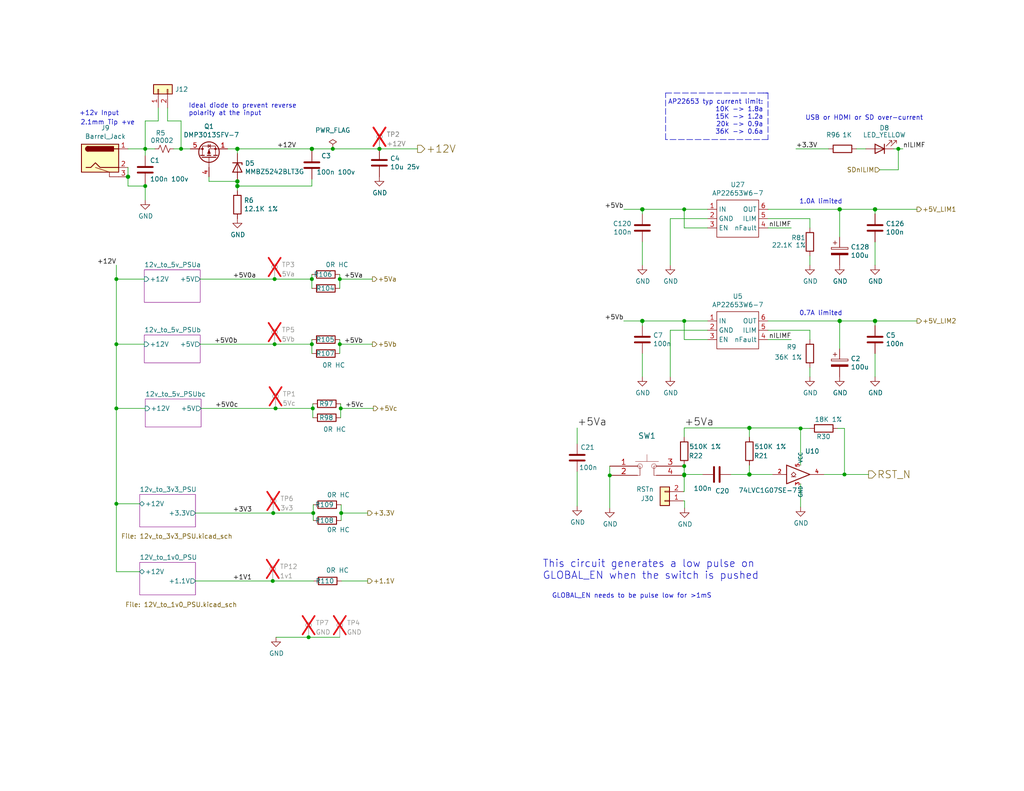
<source format=kicad_sch>
(kicad_sch (version 20230121) (generator eeschema)
  (paper "USLetter")
  (title_block (title "Penta-Pi") (date "2022-09-05") (rev "2.0") (comment 1 "fjc"))
  (lib_symbols
    (symbol "AP2553W6_1"
      (property "Reference" "U" (at 3.81 -6.35 0))
      (property "Value" "AP2553W6_1" (at -3.81 -6.35 0))
      (symbol "AP2553W6_1_0_0"
        (pin power_in line (at -8.89 2.54 0) (length 2.54) (name "IN") (number "1"))
        (pin power_in line (at -8.89 0 0) (length 2.54) (name "GND") (number "2"))
        (pin input line (at -8.89 -2.54 0) (length 2.54) (name "EN") (number "3"))
        (pin open_collector line (at 7.62 -2.54 180) (length 2.54) (name "nFault") (number "4"))
        (pin passive line (at 7.62 0 180) (length 2.54) (name "ILIM") (number "5"))
        (pin power_out line (at 7.62 2.54 180) (length 2.54) (name "OUT") (number "6"))
      )
      (symbol "AP2553W6_1_0_1"
        (rectangle (start -6.35 5.08) (end 5.08 -5.08))
      )
    )
    (symbol "CM4IO:74LVC1G07_copy"
      (property "Reference" "U" (at -2.54 3.81 0))
      (property "Value" "74LVC1G07_copy" (at 0 -3.81 0))
      (symbol "74LVC1G07_copy_0_1"
        (polyline (pts (xy -2.54 -0.635) (xy -1.27 -0.635)))
        (polyline (pts (xy -3.81 2.54) (xy -3.81 -2.54) (xy 2.54 0) (xy -3.81 2.54)) (stroke (width 0.254)))
        (polyline (pts (xy -1.905 0.635) (xy -2.54 0) (xy -1.905 -0.635) (xy -1.27 0) (xy -1.905 0.635)))
      )
      (symbol "74LVC1G07_copy_1_1"
        (pin input line (at -7.62 0 0) (length 3.81) (name "~") (number "2"))
        (pin power_in line (at 0 -2.54 270) (length 0) (name "GND") (number "3"))
        (pin open_collector line (at 6.35 0 180) (length 3.81) (name "~") (number "4"))
        (pin power_in line (at 0 2.54 90) (length 0) (name "VCC") (number "5"))
      )
    )
    (symbol "CM4IO:AP2553W6"
      (property "Reference" "U" (at 3.81 -6.35 0))
      (property "Value" "AP2553W6" (at -3.81 -6.35 0))
      (symbol "AP2553W6_0_0"
        (pin power_in line (at -8.89 2.54 0) (length 2.54) (name "IN") (number "1"))
        (pin power_in line (at -8.89 0 0) (length 2.54) (name "GND") (number "2"))
        (pin input line (at -8.89 -2.54 0) (length 2.54) (name "EN") (number "3"))
        (pin open_collector line (at 7.62 -2.54 180) (length 2.54) (name "nFault") (number "4"))
        (pin passive line (at 7.62 0 180) (length 2.54) (name "ILIM") (number "5"))
        (pin power_out line (at 7.62 2.54 180) (length 2.54) (name "OUT") (number "6"))
      )
      (symbol "AP2553W6_0_1"
        (rectangle (start -6.35 5.08) (end 5.08 -5.08))
      )
    )
    (symbol "CM4IO:Barrel_Jack"
      (property "Reference" "J" (at 0 5.334 0))
      (property "Value" "Barrel_Jack" (at 0 -5.08 0))
      (symbol "Barrel_Jack_0_1"
        (rectangle (start -5.08 3.81) (end 5.08 -3.81) (stroke (width 0.254)) (fill (type background)))
        (arc (start -3.302 3.175) (mid -3.9343 2.54) (end -3.302 1.905) (stroke (width 0.254)))
        (arc (start -3.302 3.175) (mid -3.9343 2.54) (end -3.302 1.905) (stroke (width 0.254)) (fill (type outline)))
        (polyline (pts (xy 5.08 2.54) (xy 3.81 2.54)) (stroke (width 0.254)))
        (polyline (pts (xy 5.08 -5.08) (xy 2.54 -5.08) (xy 2.54 -3.81) (xy -1.27 -2.54)))
        (polyline (pts (xy -3.81 -2.54) (xy -2.54 -2.54) (xy -1.27 -1.27) (xy 0 -2.54) (xy 2.54 -2.54) (xy 5.08 -2.54)) (stroke (width 0.254)))
        (rectangle (start 3.683 3.175) (end -3.302 1.905) (stroke (width 0.254)) (fill (type outline)))
      )
      (symbol "Barrel_Jack_1_1"
        (pin passive line (at 7.62 2.54 180) (length 2.54) (name "~") (number "1"))
        (pin passive line (at 7.62 -2.54 180) (length 2.54) (name "~") (number "2"))
        (pin passive line (at 7.62 -5.08 180) (length 2.54) (name "~") (number "3"))
      )
    )
    (symbol "CM4IO:pushButton-PTS647SM38SMTR2LFS" (pin_names (offset 0.02) hide)
      (property "Reference" "S" (at 0 5.715 0))
      (property "Value" "pushButton-PTS647SM38SMTR2LFS" (at 0.635 -5.715 0))
      (symbol "pushButton-PTS647SM38SMTR2LFS_0_1"
        (circle (center -1.905 0) (radius 0.635) (stroke (width 0.0005)))
        (polyline (pts (xy -3.175 1.27) (xy 3.175 1.27)) (stroke (width 0.0005)))
        (polyline (pts (xy -1.905 -2.54) (xy -2.54 -2.54)) (stroke (width 0.0005)))
        (polyline (pts (xy -1.905 0) (xy -2.54 0)) (stroke (width 0.0005)))
        (polyline (pts (xy 1.905 -2.54) (xy 2.54 -2.54)) (stroke (width 0.0005)))
        (polyline (pts (xy 1.905 0) (xy 2.54 0)) (stroke (width 0.0005)))
        (polyline (pts (xy 0 1.27) (xy 0 3.175) (xy 0 3.175)) (stroke (width 0.0005)))
        (circle (center 1.905 0) (radius 0.635) (stroke (width 0.0005)))
      )
      (symbol "pushButton-PTS647SM38SMTR2LFS_1_1"
        (polyline (pts (xy -1.905 0) (xy -1.905 -2.54)) (stroke (width 0.127)))
        (polyline (pts (xy 1.905 -2.54) (xy 1.905 0)) (stroke (width 0.127)))
        (pin passive line (at -10.16 0 0) (length 7.62) (name "1") (number "1"))
        (pin passive line (at -10.16 -2.54 0) (length 7.62) (name "2") (number "2"))
        (pin passive line (at 10.16 0 180) (length 7.62) (name "3") (number "3"))
        (pin passive line (at 10.16 -2.54 180) (length 7.62) (name "4") (number "4"))
      )
    )
    (symbol "Connector_Generic:Conn_01x02" (pin_names (offset 1.016) hide)
      (property "Reference" "J" (at 0 2.54 0))
      (property "Value" "Conn_01x02" (at 0 -5.08 0))
      (symbol "Conn_01x02_1_1"
        (rectangle (start -1.27 -2.413) (end 0 -2.667) (stroke (width 0.1524)))
        (rectangle (start -1.27 0.127) (end 0 -0.127) (stroke (width 0.1524)))
        (rectangle (start -1.27 1.27) (end 1.27 -3.81) (stroke (width 0.254)) (fill (type background)))
        (pin passive line (at -5.08 0 0) (length 3.81) (name "Pin_1") (number "1"))
        (pin passive line (at -5.08 -2.54 0) (length 3.81) (name "Pin_2") (number "2"))
      )
    )
    (symbol "Device:C" (pin_numbers hide) (pin_names (offset 0.254))
      (property "Reference" "C" (at 0.635 2.54 0))
      (property "Value" "C" (at 0.635 -2.54 0))
      (symbol "C_0_1"
        (polyline (pts (xy -2.032 -0.762) (xy 2.032 -0.762)) (stroke (width 0.508)))
        (polyline (pts (xy -2.032 0.762) (xy 2.032 0.762)) (stroke (width 0.508)))
      )
      (symbol "C_1_1"
        (pin passive line (at 0 3.81 270) (length 2.794) (name "~") (number "1"))
        (pin passive line (at 0 -3.81 90) (length 2.794) (name "~") (number "2"))
      )
    )
    (symbol "Device:C_Polarized" (pin_numbers hide) (pin_names (offset 0.254))
      (property "Reference" "C" (at 0.635 2.54 0))
      (property "Value" "C_Polarized" (at 0.635 -2.54 0))
      (symbol "C_Polarized_0_1"
        (rectangle (start -2.286 0.508) (end 2.286 1.016))
        (polyline (pts (xy -1.778 2.286) (xy -0.762 2.286)))
        (polyline (pts (xy -1.27 2.794) (xy -1.27 1.778)))
        (rectangle (start 2.286 -0.508) (end -2.286 -1.016) (fill (type outline)))
      )
      (symbol "C_Polarized_1_1"
        (pin passive line (at 0 3.81 270) (length 2.794) (name "~") (number "1"))
        (pin passive line (at 0 -3.81 90) (length 2.794) (name "~") (number "2"))
      )
    )
    (symbol "Device:LED" (pin_numbers hide) (pin_names (offset 1.016) hide)
      (property "Reference" "D" (at 0 2.54 0))
      (property "Value" "LED" (at 0 -2.54 0))
      (symbol "LED_0_1"
        (polyline (pts (xy -1.27 -1.27) (xy -1.27 1.27)) (stroke (width 0.254)))
        (polyline (pts (xy -1.27 0) (xy 1.27 0)))
        (polyline (pts (xy 1.27 -1.27) (xy 1.27 1.27) (xy -1.27 0) (xy 1.27 -1.27)) (stroke (width 0.254)))
        (polyline (pts (xy -3.048 -0.762) (xy -4.572 -2.286) (xy -3.81 -2.286) (xy -4.572 -2.286) (xy -4.572 -1.524)))
        (polyline (pts (xy -1.778 -0.762) (xy -3.302 -2.286) (xy -2.54 -2.286) (xy -3.302 -2.286) (xy -3.302 -1.524)))
      )
      (symbol "LED_1_1"
        (pin passive line (at -3.81 0 0) (length 2.54) (name "K") (number "1"))
        (pin passive line (at 3.81 0 180) (length 2.54) (name "A") (number "2"))
      )
    )
    (symbol "Device:R" (pin_numbers hide) (pin_names (offset 0))
      (property "Reference" "R" (at 2.032 0 90))
      (property "Value" "R" (at 0 0 90))
      (symbol "R_0_1"
        (rectangle (start -1.016 -2.54) (end 1.016 2.54) (stroke (width 0.254)))
      )
      (symbol "R_1_1"
        (pin passive line (at 0 3.81 270) (length 1.27) (name "~") (number "1"))
        (pin passive line (at 0 -3.81 90) (length 1.27) (name "~") (number "2"))
      )
    )
    (symbol "Device:R_Small_US" (pin_numbers hide) (pin_names (offset 0.254) hide)
      (property "Reference" "R" (at 0.762 0.508 0))
      (property "Value" "R_Small_US" (at 0.762 -1.016 0))
      (symbol "R_Small_US_1_1"
        (polyline (pts (xy 0 0) (xy 1.016 -0.381) (xy 0 -0.762) (xy -1.016 -1.143) (xy 0 -1.524)))
        (polyline (pts (xy 0 1.524) (xy 1.016 1.143) (xy 0 0.762) (xy -1.016 0.381) (xy 0 0)))
        (pin passive line (at 0 2.54 270) (length 1.016) (name "~") (number "1"))
        (pin passive line (at 0 -2.54 90) (length 1.016) (name "~") (number "2"))
      )
    )
    (symbol "Diode:BZX84Cxx" (pin_numbers hide) (pin_names (offset 1.016) hide)
      (property "Reference" "D" (at 0 2.54 0))
      (property "Value" "BZX84Cxx" (at 0 -2.54 0))
      (symbol "BZX84Cxx_0_1"
        (polyline (pts (xy 1.27 0) (xy -1.27 0)))
        (polyline (pts (xy -1.27 -1.27) (xy -1.27 1.27) (xy -0.762 1.27)) (stroke (width 0.254)))
        (polyline (pts (xy 1.27 -1.27) (xy 1.27 1.27) (xy -1.27 0) (xy 1.27 -1.27)) (stroke (width 0.254)))
      )
      (symbol "BZX84Cxx_1_1"
        (pin passive line (at -3.81 0 0) (length 2.54) (name "K") (number "1"))
        (pin passive line (at 3.81 0 180) (length 2.54) (name "A") (number "2"))
      )
    )
    (symbol "TestPoint_1" (pin_numbers hide) (pin_names (offset 0.762) hide) (in_bom no)
      (property "Reference" "TP" (at 0 6.858 0))
      (property "Value" "TestPoint" (at 0 5.08 0))
      (symbol "TestPoint_1_0_1"
        (circle (center 0 3.302) (radius 0.762))
      )
      (symbol "TestPoint_1_1_1"
        (pin passive line (at 0 0 90) (length 2.54) (name "1") (number "1"))
      )
    )
    (symbol "TestPoint_2" (pin_numbers hide) (pin_names (offset 0.762) hide) (in_bom no)
      (property "Reference" "TP" (at 0 6.858 0))
      (property "Value" "TestPoint" (at 0 5.08 0))
      (symbol "TestPoint_2_0_1"
        (circle (center 0 3.302) (radius 0.762))
      )
      (symbol "TestPoint_2_1_1"
        (pin passive line (at 0 0 90) (length 2.54) (name "1") (number "1"))
      )
    )
    (symbol "TestPoint_4" (pin_numbers hide) (pin_names (offset 0.762) hide) (in_bom no)
      (property "Reference" "TP" (at 0 6.858 0))
      (property "Value" "TestPoint" (at 0 5.08 0))
      (symbol "TestPoint_4_0_1"
        (circle (center 0 3.302) (radius 0.762))
      )
      (symbol "TestPoint_4_1_1"
        (pin passive line (at 0 0 90) (length 2.54) (name "1") (number "1"))
      )
    )
    (symbol "TestPoint_6" (pin_numbers hide) (pin_names (offset 0.762) hide) (in_bom no)
      (property "Reference" "TP" (at 0 6.858 0))
      (property "Value" "TestPoint" (at 0 5.08 0))
      (symbol "TestPoint_6_0_1"
        (circle (center 0 3.302) (radius 0.762))
      )
      (symbol "TestPoint_6_1_1"
        (pin passive line (at 0 0 90) (length 2.54) (name "1") (number "1"))
      )
    )
    (symbol "TestPoint_7" (pin_numbers hide) (pin_names (offset 0.762) hide) (in_bom no)
      (property "Reference" "TP" (at 0 6.858 0))
      (property "Value" "TestPoint" (at 0 5.08 0))
      (symbol "TestPoint_7_0_1"
        (circle (center 0 3.302) (radius 0.762))
      )
      (symbol "TestPoint_7_1_1"
        (pin passive line (at 0 0 90) (length 2.54) (name "1") (number "1"))
      )
    )
    (symbol "Transistor_FET:DMP3013SFV" (pin_names hide)
      (property "Reference" "Q" (at 5.08 1.905 0))
      (property "Value" "DMP3013SFV" (at 5.08 0 0))
      (symbol "DMP3013SFV_0_1"
        (polyline (pts (xy 0.254 0) (xy -2.54 0)))
        (polyline (pts (xy 0.254 1.905) (xy 0.254 -1.905)) (stroke (width 0.254)))
        (polyline (pts (xy 0.762 -1.27) (xy 0.762 -2.286)) (stroke (width 0.254)))
        (polyline (pts (xy 0.762 0.508) (xy 0.762 -0.508)) (stroke (width 0.254)))
        (polyline (pts (xy 0.762 2.286) (xy 0.762 1.27)) (stroke (width 0.254)))
        (polyline (pts (xy 2.54 2.54) (xy 2.54 1.778)))
        (polyline (pts (xy 2.54 -2.54) (xy 2.54 0) (xy 0.762 0)))
        (polyline (pts (xy 0.762 1.778) (xy 3.302 1.778) (xy 3.302 -1.778) (xy 0.762 -1.778)))
        (polyline (pts (xy 2.286 0) (xy 1.27 0.381) (xy 1.27 -0.381) (xy 2.286 0)) (fill (type outline)))
        (polyline (pts (xy 2.794 -0.508) (xy 2.921 -0.381) (xy 3.683 -0.381) (xy 3.81 -0.254)))
        (polyline (pts (xy 3.302 -0.381) (xy 2.921 0.254) (xy 3.683 0.254) (xy 3.302 -0.381)))
        (circle (center 1.651 0) (radius 2.794) (stroke (width 0.254)))
        (circle (center 2.54 -1.778) (radius 0.254) (fill (type outline)))
        (circle (center 2.54 1.778) (radius 0.254) (fill (type outline)))
      )
      (symbol "DMP3013SFV_1_1"
        (pin passive line (at 2.54 -5.08 90) (length 2.54) (name "S") (number "1"))
        (pin passive line (at 2.54 -5.08 90) (length 2.54) hide (name "S") (number "2"))
        (pin passive line (at 2.54 -5.08 90) (length 2.54) hide (name "S") (number "3"))
        (pin passive line (at -5.08 0 0) (length 2.54) (name "G") (number "4"))
        (pin passive line (at 2.54 5.08 270) (length 2.54) (name "D") (number "5"))
      )
    )
    (symbol "power:GND" (power) (pin_names (offset 0))
      (property "Value" "GND" (at 0 -3.81 0))
      (symbol "GND_0_1"
        (polyline (pts (xy 0 0) (xy 0 -1.27) (xy 1.27 -1.27) (xy 0 -2.54) (xy -1.27 -1.27) (xy 0 -1.27)))
      )
      (symbol "GND_1_1"
        (pin power_in line (at 0 0 270) (length 0) hide (name "GND") (number "1"))
      )
    )
    (symbol "power:PWR_FLAG" (power) (pin_numbers hide) (pin_names (offset 0) hide)
      (property "Value" "PWR_FLAG" (at 0 3.81 0))
      (symbol "PWR_FLAG_0_0"
        (pin power_out line (at 0 0 90) (length 0) (name "pwr") (number "1"))
      )
      (symbol "PWR_FLAG_0_1"
        (polyline (pts (xy 0 0) (xy 0 1.27) (xy -1.016 1.905) (xy 0 2.54) (xy 1.016 1.905) (xy 0 1.27)))
      )
    )
  )
  (junction (at 85.344 111.506))
  (junction (at 166.37 129.794))
  (junction (at 74.93 76.2))
  (junction (at 238.76 87.63) (diameter 1.016))
  (junction (at 186.69 87.63) (diameter 0.9144))
  (junction (at 64.77 40.64) (diameter 1.016))
  (junction (at 74.422 158.623))
  (junction (at 74.549 140.081))
  (junction (at 31.75 111.506))
  (junction (at 238.76 57.15) (diameter 1.016))
  (junction (at 39.624 50.8))
  (junction (at 84.201 173.99))
  (junction (at 186.69 129.54) (diameter 0.9144))
  (junction (at 85.09 76.2))
  (junction (at 186.69 129.794))
  (junction (at 245.11 40.64) (diameter 0.9144))
  (junction (at 186.69 57.15) (diameter 0.9144))
  (junction (at 218.44 116.9677))
  (junction (at 230.4164 129.54))
  (junction (at 31.75 93.98))
  (junction (at 31.75 76.2))
  (junction (at 85.09 40.64) (diameter 1.016))
  (junction (at 75.184 111.506))
  (junction (at 49.403 40.64))
  (junction (at 92.71 76.2))
  (junction (at 103.5437 40.64))
  (junction (at 85.09 93.98))
  (junction (at 39.624 40.64))
  (junction (at 85.471 140.081))
  (junction (at 92.964 111.506))
  (junction (at 34.925 48.26) (diameter 1.016))
  (junction (at 175.26 87.63) (diameter 1.016))
  (junction (at 90.805 40.64) (diameter 0.9144))
  (junction (at 204.47 129.54) (diameter 1.016))
  (junction (at 204.47 116.84) (diameter 1.016))
  (junction (at 93.091 140.081))
  (junction (at 92.71 93.98))
  (junction (at 229.108 57.15) (diameter 1.016))
  (junction (at 31.75 137.541))
  (junction (at 64.77 49.53) (diameter 1.016))
  (junction (at 64.77 50.8) (diameter 1.016))
  (junction (at 229.108 87.63) (diameter 1.016))
  (junction (at 175.26 57.15) (diameter 1.016))
  (junction (at 74.93 93.98))
  (junction (at 186.69 127.254))
  (junction (at 103.505 40.64))
  (wire (pts (xy 31.75 137.541) (xy 31.75 156.083)))
  (wire (pts (xy 243.84 40.64) (xy 245.11 40.64)))
  (wire (pts (xy 245.11 40.64) (xy 246.38 40.64)))
  (wire (pts (xy 209.55 90.17) (xy 220.98 90.17)))
  (wire (pts (xy 228.5656 116.9677) (xy 230.4164 116.9677)))
  (wire (pts (xy 157.48 138.176) (xy 157.48 128.778)))
  (wire (pts (xy 220.98 59.69) (xy 220.98 62.23)))
  (wire (pts (xy 92.964 111.506) (xy 101.854 111.506)))
  (wire (pts (xy 43.18 29.464) (xy 43.18 33.02)))
  (wire (pts (xy 220.98 90.17) (xy 220.98 92.71)))
  (wire (pts (xy 64.77 50.8) (xy 85.09 50.8)))
  (wire (pts (xy 31.75 111.506) (xy 31.75 137.541)))
  (wire (pts (xy 34.925 48.26) (xy 34.925 45.72)))
  (polyline (pts (xy 208.28 25.4) (xy 209.55 25.4)) (stroke (width 0) (type dash)))
  (wire (pts (xy 92.964 111.506) (xy 92.964 114.046)))
  (wire (pts (xy 186.7859 136.7583) (xy 186.7859 138.7355)))
  (wire (pts (xy 31.75 72.39) (xy 31.75 76.2)))
  (wire (pts (xy 49.403 33.02) (xy 49.403 40.64)))
  (wire (pts (xy 230.4164 129.54) (xy 236.982 129.54)))
  (wire (pts (xy 92.71 92.71) (xy 92.71 93.98)))
  (wire (pts (xy 229.108 87.63) (xy 238.76 87.63)))
  (wire (pts (xy 204.47 116.84) (xy 218.44 116.84)))
  (wire (pts (xy 220.98 100.33) (xy 220.98 102.87)))
  (wire (pts (xy 220.98 69.85) (xy 220.98 72.39)))
  (wire (pts (xy 224.79 129.54) (xy 230.4164 129.54)))
  (wire (pts (xy 103.505 40.64) (xy 103.5437 40.64)))
  (wire (pts (xy 209.55 59.69) (xy 220.98 59.69)))
  (wire (pts (xy 43.18 33.02) (xy 39.624 33.02)))
  (polyline (pts (xy 209.55 38.1) (xy 181.61 38.1)) (stroke (width 0.152) (type dash)))
  (wire (pts (xy 175.26 102.87) (xy 175.26 96.52)))
  (wire (pts (xy 230.4164 116.9677) (xy 230.4164 129.54)))
  (wire (pts (xy 240.03 46.355) (xy 245.11 46.355)))
  (wire (pts (xy 245.11 46.355) (xy 245.11 40.64)))
  (wire (pts (xy 85.09 92.71) (xy 85.09 93.98)))
  (wire (pts (xy 75.184 111.506) (xy 85.344 111.506)))
  (wire (pts (xy 62.103 40.64) (xy 64.77 40.64)))
  (wire (pts (xy 57.023 48.26) (xy 57.023 49.53)))
  (wire (pts (xy 186.69 127.254) (xy 186.69 129.54)))
  (wire (pts (xy 74.93 76.2) (xy 85.09 76.2)))
  (wire (pts (xy 204.47 116.84) (xy 204.47 119.38)))
  (wire (pts (xy 34.925 40.64) (xy 39.624 40.64)))
  (wire (pts (xy 186.69 87.63) (xy 186.69 92.71)))
  (wire (pts (xy 85.344 110.236) (xy 85.344 111.506)))
  (wire (pts (xy 238.76 87.63) (xy 250.19 87.63)))
  (wire (pts (xy 209.55 62.23) (xy 215.9 62.23)))
  (wire (pts (xy 175.26 58.42) (xy 175.26 57.15)))
  (wire (pts (xy 53.34 158.623) (xy 74.422 158.623)))
  (wire (pts (xy 186.69 127.254) (xy 186.69 127)))
  (wire (pts (xy 186.4733 136.7583) (xy 186.7859 136.7583)))
  (wire (pts (xy 193.04 90.17) (xy 182.88 90.17)))
  (wire (pts (xy 54.61 76.2) (xy 74.93 76.2)))
  (wire (pts (xy 233.68 40.64) (xy 236.22 40.64)))
  (wire (pts (xy 204.47 129.54) (xy 210.82 129.54)))
  (wire (pts (xy 39.624 50.8) (xy 39.624 54.61)))
  (wire (pts (xy 229.108 57.15) (xy 238.76 57.15)))
  (wire (pts (xy 218.44 116.9677) (xy 218.44 127)))
  (wire (pts (xy 74.93 93.98) (xy 85.09 93.98)))
  (polyline (pts (xy 181.61 25.4) (xy 209.55 25.4)) (stroke (width 0.152) (type dash)))
  (wire (pts (xy 175.26 87.63) (xy 186.69 87.63)))
  (wire (pts (xy 186.69 87.63) (xy 193.04 87.63)))
  (wire (pts (xy 85.471 140.081) (xy 85.471 142.113)))
  (wire (pts (xy 220.9456 116.9677) (xy 218.44 116.9677)))
  (wire (pts (xy 39.624 40.64) (xy 42.291 40.64)))
  (wire (pts (xy 93.091 140.081) (xy 93.091 142.113)))
  (wire (pts (xy 204.47 129.54) (xy 204.47 127)))
  (wire (pts (xy 209.55 87.63) (xy 229.108 87.63)))
  (wire (pts (xy 64.77 40.64) (xy 85.09 40.64)))
  (wire (pts (xy 175.26 88.9) (xy 175.26 87.63)))
  (wire (pts (xy 186.69 134.2183) (xy 186.4733 134.2183)))
  (wire (pts (xy 93.091 140.081) (xy 100.33 140.081)))
  (wire (pts (xy 218.44 132.08) (xy 218.44 138.43)))
  (wire (pts (xy 166.37 129.794) (xy 166.37 138.684)))
  (wire (pts (xy 209.55 92.71) (xy 215.9 92.71)))
  (wire (pts (xy 92.71 76.2) (xy 101.6 76.2)))
  (wire (pts (xy 85.09 40.64) (xy 85.09 41.275)))
  (wire (pts (xy 64.77 40.64) (xy 64.77 41.91)))
  (wire (pts (xy 238.76 88.9) (xy 238.76 87.63)))
  (wire (pts (xy 217.17 40.64) (xy 226.06 40.64)))
  (wire (pts (xy 175.26 72.39) (xy 175.26 66.04)))
  (wire (pts (xy 182.88 59.69) (xy 182.88 72.39)))
  (wire (pts (xy 170.18 57.15) (xy 175.26 57.15)))
  (wire (pts (xy 31.75 76.2) (xy 31.75 93.98)))
  (wire (pts (xy 103.5437 40.64) (xy 113.919 40.64)))
  (wire (pts (xy 85.09 40.64) (xy 90.805 40.64)))
  (wire (pts (xy 238.76 57.15) (xy 250.19 57.15)))
  (wire (pts (xy 193.04 59.69) (xy 182.88 59.69)))
  (wire (pts (xy 85.471 137.795) (xy 85.471 140.081)))
  (wire (pts (xy 238.76 96.52) (xy 238.76 102.87)))
  (wire (pts (xy 199.39 129.54) (xy 204.47 129.54)))
  (wire (pts (xy 45.72 29.464) (xy 45.72 33.02)))
  (wire (pts (xy 166.37 129.794) (xy 166.37 127.254)))
  (wire (pts (xy 238.76 66.04) (xy 238.76 72.39)))
  (wire (pts (xy 157.48 116.84) (xy 157.48 121.158)))
  (wire (pts (xy 84.201 173.99) (xy 75.311 173.99)))
  (wire (pts (xy 85.09 93.98) (xy 85.09 96.52)))
  (wire (pts (xy 186.69 129.794) (xy 186.69 134.2183)))
  (wire (pts (xy 47.371 40.64) (xy 49.403 40.64)))
  (wire (pts (xy 93.091 137.795) (xy 93.091 140.081)))
  (wire (pts (xy 57.023 49.53) (xy 64.77 49.53)))
  (wire (pts (xy 186.69 92.71) (xy 193.04 92.71)))
  (wire (pts (xy 31.75 137.541) (xy 38.1 137.541)))
  (wire (pts (xy 39.624 33.02) (xy 39.624 40.64)))
  (wire (pts (xy 64.77 49.53) (xy 64.77 50.8)))
  (wire (pts (xy 34.925 50.8) (xy 34.925 48.26)))
  (wire (pts (xy 49.403 33.02) (xy 45.72 33.02)))
  (wire (pts (xy 31.75 93.98) (xy 39.37 93.98)))
  (wire (pts (xy 85.09 74.93) (xy 85.09 76.2)))
  (wire (pts (xy 31.75 93.98) (xy 31.75 111.506)))
  (polyline (pts (xy 181.61 38.1) (xy 181.61 25.4)) (stroke (width 0.152) (type dash)))
  (wire (pts (xy 74.422 158.623) (xy 85.598 158.623)))
  (wire (pts (xy 175.26 57.15) (xy 186.69 57.15)))
  (wire (pts (xy 186.69 57.15) (xy 193.04 57.15)))
  (wire (pts (xy 92.71 74.93) (xy 92.71 76.2)))
  (wire (pts (xy 92.71 93.98) (xy 101.6 93.98)))
  (wire (pts (xy 54.864 111.506) (xy 75.184 111.506)))
  (wire (pts (xy 34.925 50.8) (xy 39.624 50.8)))
  (wire (pts (xy 186.69 62.23) (xy 193.04 62.23)))
  (wire (pts (xy 90.805 40.64) (xy 103.505 40.64)))
  (wire (pts (xy 85.09 76.2) (xy 85.09 78.74)))
  (wire (pts (xy 209.55 57.15) (xy 229.108 57.15)))
  (wire (pts (xy 31.75 111.506) (xy 39.624 111.506)))
  (wire (pts (xy 54.61 93.98) (xy 74.93 93.98)))
  (polyline (pts (xy 209.55 25.4) (xy 209.55 38.1)) (stroke (width 0.152) (type dash)))
  (wire (pts (xy 186.69 116.84) (xy 204.47 116.84)))
  (wire (pts (xy 182.88 90.17) (xy 182.88 102.87)))
  (wire (pts (xy 218.44 116.84) (xy 218.44 116.9677)))
  (wire (pts (xy 84.201 173.99) (xy 92.71 173.99)))
  (wire (pts (xy 49.403 40.64) (xy 51.943 40.64)))
  (wire (pts (xy 92.71 93.98) (xy 92.71 96.52)))
  (wire (pts (xy 64.77 50.8) (xy 64.77 52.07)))
  (wire (pts (xy 186.69 57.15) (xy 186.69 62.23)))
  (wire (pts (xy 31.75 76.2) (xy 39.37 76.2)))
  (wire (pts (xy 93.218 158.623) (xy 100.33 158.623)))
  (wire (pts (xy 229.108 87.63) (xy 229.108 95.25)))
  (wire (pts (xy 85.09 50.8) (xy 85.09 48.895)))
  (wire (pts (xy 92.964 110.236) (xy 92.964 111.506)))
  (wire (pts (xy 53.34 140.081) (xy 74.549 140.081)))
  (wire (pts (xy 74.549 140.081) (xy 85.471 140.081)))
  (wire (pts (xy 92.71 76.2) (xy 92.71 78.74)))
  (wire (pts (xy 186.69 119.38) (xy 186.69 116.84)))
  (wire (pts (xy 31.75 156.083) (xy 38.1 156.083)))
  (wire (pts (xy 170.18 87.63) (xy 175.26 87.63)))
  (wire (pts (xy 238.76 58.42) (xy 238.76 57.15)))
  (wire (pts (xy 186.69 129.54) (xy 191.77 129.54)))
  (wire (pts (xy 39.624 40.64) (xy 39.624 42.545)))
  (wire (pts (xy 186.69 129.54) (xy 186.69 129.794)))
  (wire (pts (xy 39.624 50.165) (xy 39.624 50.8)))
  (wire (pts (xy 229.108 57.15) (xy 229.108 64.77)))
  (wire (pts (xy 85.344 111.506) (xy 85.344 114.046)))
  (text "+12v Input" (at 21.59 31.75 0) (effects (font (size 1.27 1.27)) (justify left bottom)))
  (text "AP22653 typ current limit:\n10K -> 1.8a\n15K -> 1.2a\n20k -> 0.9a\n36K -> 0.6a" (at 208.28 36.83 0) (effects (font (size 1.27 1.27)) (justify right bottom)))
  (text "USB or HDMI or SD over-current" (at 219.71 33.02 0) (effects (font (size 1.27 1.27)) (justify left bottom)))
  (text "GLOBAL_EN needs to be pulse low for >1mS" (at 150.57 163.5067 0) (effects (font (size 1.27 1.27)) (justify left bottom)))
  (text "0.7A limited" (at 229.87 86.36 0) (effects (font (size 1.27 1.27)) (justify right bottom)))
  (text "Ideal diode to prevent reverse\npolarity at the input" (at 51.435 31.75 0) (effects (font (size 1.27 1.27)) (justify left bottom)))
  (text "1.0A limited" (at 229.87 55.88 0) (effects (font (size 1.27 1.27)) (justify right bottom)))
  (text "This circuit generates a low pulse on\nGLOBAL_EN when the switch is pushed" (at 148.03 158.4267 0) (effects (font (size 2.007 2.007)) (justify left bottom)))
  (text "2.1mm Tip +ve" (at 36.83 34.29 0) (effects (font (size 1.27 1.27)) (justify right bottom)))
  (label "+5Vb" (at 170.18 57.15 180))
  (label "+12V" (at 75.565 40.64 0))
  (label "+12V" (at 31.75 72.39 180))
  (label "nILIMF" (at 246.38 40.64 0))
  (label "+3V3" (at 63.5 140.081 0))
  (label "+1V1" (at 63.5 158.623 0))
  (label "+5V0c" (at 58.674 111.506 0))
  (label "+5V0a" (at 63.5 76.2 0))
  (label "+5Vb" (at 99.06 93.98 180))
  (label "+5Va" (at 99.06 76.2 180))
  (label "+5V0b" (at 58.42 93.98 0))
  (label "+3.3V" (at 217.17 40.64 0))
  (label "+5Va" (at 157.48 116.84 0) (effects (font (size 2.0066 2.0066))))
  (label "+5Vb" (at 170.18 87.63 180))
  (label "+5Va" (at 186.69 116.84 0) (effects (font (size 2.0066 2.0066))))
  (label "+5Vc" (at 99.314 111.506 180))
  (label "nILIMF" (at 215.9 92.71 180))
  (label "nILIMF" (at 215.9 62.23 180))
  (hierarchical_label "+1.1V" (shape output) (at 100.33 158.623 0))
  (hierarchical_label "+5V_LIM2" (shape output) (at 250.19 87.63 0))
  (hierarchical_label "SDnILIM" (shape input) (at 240.03 46.355 180))
  (hierarchical_label "+5Vb" (shape output) (at 101.6 93.98 0))
  (hierarchical_label "+5V_LIM1" (shape output) (at 250.19 57.15 0))
  (hierarchical_label "+5Vc" (shape output) (at 101.854 111.506 0))
  (hierarchical_label "+12V" (shape output) (at 113.919 40.64 0) (effects (font (size 2.0066 2.0066))))
  (hierarchical_label "+5Va" (shape output) (at 101.6 76.2 0))
  (hierarchical_label "+3.3V" (shape output) (at 100.33 140.081 0))
  (hierarchical_label "RST_N" (shape output) (at 236.982 129.54 0) (effects (font (size 2.007 2.007))))
  (symbol (lib_name "TestPoint_2") (lib_id "Connector:TestPoint") (at 74.93 76.2 0) (unit 1) (dnp yes)
    (property "Reference" "TP3" (at 76.835 72.263 0) (effects (justify left)))
    (property "Value" "5Va" (at 76.835 74.803 0) (effects (justify left)))
    (property "Footprint" "CM4IO:TestPoint_THT_D1.6mm_Drill1.0mm" (effects hide))
    (property "LCSC Part Number" "DNP" (effects hide))
  )
  (symbol (lib_name "TestPoint_6") (lib_id "Connector:TestPoint") (at 74.422 158.623 0) (unit 1) (dnp yes)
    (property "Reference" "TP12" (at 76.327 154.686 0) (effects (justify left)))
    (property "Value" "1v1" (at 76.327 157.226 0) (effects (justify left)))
    (property "Footprint" "CM4IO:TestPoint_THT_D1.6mm_Drill1.0mm" (effects hide))
    (property "LCSC Part Number" "DNP" (effects hide))
  )
  (symbol (lib_id "CM4IO:pushButton-PTS647SM38SMTR2LFS") (at 176.53 127.254 0) (unit 1)
    (property "Reference" "SW1" (at 176.53 118.999 0) (effects (font (size 1.524 1.524))))
    (property "Value" "pushButton-PTS647SM38SMTR2LFS" (effects hide))
    (property "Footprint" "CM4IO:pushButton-PTS647SM38SMTR2LFS" (effects hide))
    (property "Datasheet" "https://www.ckswitches.com/products/switches/product-details/Tactile/PTS647/PTS647SM38SMTR2LFS/" (effects hide))
    (property "Part Description" "Tact Sw SPST-NO Top Actuated SMT 4.5mmX4.5mm" (effects hide))
    (property "LCSC Part Number" "C2689502" (effects hide))
  )
  (symbol (lib_id "power:GND") (at 166.37 138.684 0) (unit 1)
    (property "Reference" "#PWR0169" (effects hide))
    (property "Value" "GND" (at 166.497 143.0782 0))
  )
  (symbol (lib_id "power:GND") (at 75.311 173.99 0) (unit 1)
    (property "Reference" "#PWR027" (effects hide))
    (property "Value" "GND" (at 75.438 178.3842 0))
  )
  (symbol (lib_name "TestPoint_1") (lib_id "Connector:TestPoint") (at 75.184 111.506 0) (unit 1) (dnp yes)
    (property "Reference" "TP1" (at 77.089 107.569 0) (effects (justify left)))
    (property "Value" "5Vc" (at 77.089 110.109 0) (effects (justify left)))
    (property "Footprint" "CM4IO:TestPoint_THT_D1.6mm_Drill1.0mm" (effects hide))
    (property "LCSC Part Number" "DNP" (effects hide))
  )
  (symbol (lib_id "power:GND") (at 220.98 72.39 0) (unit 1)
    (property "Reference" "#PWR035" (effects hide))
    (property "Value" "GND" (at 221.107 76.7842 0))
  )
  (symbol (lib_id "Transistor_FET:DMP3013SFV") (at 57.023 43.18 90) (unit 1)
    (property "Reference" "Q1" (at 57.023 34.5186 90))
    (property "Value" "DMP3013SFV-7" (at 57.658 36.83 90))
    (property "Footprint" "Package_SON:Diodes_PowerDI3333-8" (effects hide))
    (property "Datasheet" "https://www.diodes.com/assets/Datasheets/DMP3013SFV.pdf" (effects hide))
    (property "LCSC Part Number" "C264098" (effects hide))
  )
  (symbol (lib_id "Device:R") (at 220.98 66.04 0) (unit 1)
    (property "Reference" "R81" (at 215.9 64.897 0) (effects (justify left)))
    (property "Value" "22.1K 1%" (at 210.566 66.929 0) (effects (justify left)))
    (property "Footprint" "Resistor_SMD:R_0603_1608Metric" (effects hide))
    (property "LCSC Part Number" "C25961" (effects hide))
  )
  (symbol (lib_id "Device:R") (at 88.9 78.74 90) (unit 1)
    (property "Reference" "R104" (at 88.773 78.74 90))
    (property "Value" "0R HC" (effects hide))
    (property "Footprint" "Resistor_SMD:R_0805_2012Metric_Pad1.20x1.40mm_HandSolder" (effects hide))
    (property "LCSC Part Number" "C1882631" (effects hide))
  )
  (symbol (lib_id "power:GND") (at 182.88 72.39 0) (unit 1)
    (property "Reference" "#PWR032" (effects hide))
    (property "Value" "GND" (at 183.007 76.7842 0))
  )
  (symbol (lib_id "Device:R") (at 224.7556 116.9677 270) (unit 1)
    (property "Reference" "R30" (at 224.6968 119.2039 90))
    (property "Value" "18K 1%" (at 226.03 114.5164 90))
    (property "Footprint" "Resistor_SMD:R_0603_1608Metric" (effects hide))
    (property "LCSC Part Number" "C25810" (effects hide))
  )
  (symbol (lib_id "Device:R_Small_US") (at 44.831 40.64 90) (unit 1)
    (property "Reference" "R5" (at 43.815 36.322 90))
    (property "Value" "0R002" (at 44.196 38.354 90))
    (property "Footprint" "Resistor_SMD:R_1206_3216Metric" (effects hide))
    (property "LCSC Part Number" "C154630" (effects hide))
  )
  (symbol (lib_id "Device:C") (at 195.58 129.54 270) (unit 1)
    (property "Reference" "C20" (at 195.1287 134.0414 90) (effects (justify left)))
    (property "Value" "100n" (at 189.23 133.35 90) (effects (justify left)))
    (property "Footprint" "Capacitor_SMD:C_0402_1005Metric" (effects hide))
    (property "Datasheet" "https://search.murata.co.jp/Ceramy/image/img/A01X/G101/ENG/GRM21BR71A106KA73-01.pdf" (effects hide))
    (property "LCSC Part Number" "C1525" (effects hide))
  )
  (symbol (lib_id "power:GND") (at 229.108 72.39 0) (unit 1)
    (property "Reference" "#PWR037" (effects hide))
    (property "Value" "GND" (at 229.235 76.7842 0))
  )
  (symbol (lib_id "power:PWR_FLAG") (at 90.805 40.64 0) (unit 1)
    (property "Reference" "#FLG0112" (effects hide))
    (property "Value" "PWR_FLAG" (at 90.805 35.56 0))
  )
  (symbol (lib_id "Connector_Generic:Conn_01x02") (at 181.3933 136.7583 180) (unit 1)
    (property "Reference" "J30" (at 178.3995 136.1233 0) (effects (justify left)))
    (property "Value" "RSTn" (at 178.3995 133.5833 0) (effects (justify left)))
    (property "Footprint" "Connector_PinHeader_2.54mm:PinHeader_1x02_P2.54mm_Vertical" (effects hide))
    (instances (project "Hepta-Pi_1.1" (path "" (reference "J30") (unit 1)) (path "" (reference "J17") (unit 1))))
  )
  (symbol (lib_id "Device:C") (at 103.505 44.45 0) (unit 1)
    (property "Reference" "C4" (at 106.426 43.2816 0) (effects (justify left)))
    (property "Value" "10u 25v" (at 106.426 45.593 0) (effects (justify left)))
    (property "Footprint" "Capacitor_SMD:C_0805_2012Metric" (effects hide))
    (property "Datasheet" "https://media.digikey.com/pdf/Data%20Sheets/Samsung%20PDFs/CL_Series_MLCC_ds.pdf" (effects hide))
    (property "LCSC Part Number" "C440198" (effects hide))
  )
  (symbol (lib_id "power:GND") (at 64.77 59.69 0) (unit 1)
    (property "Reference" "#PWR025" (effects hide))
    (property "Value" "GND" (at 64.897 64.0842 0))
  )
  (symbol (lib_name "TestPoint_4") (lib_id "Connector:TestPoint") (at 103.5437 40.64 0) (unit 1) (dnp yes)
    (property "Reference" "TP2" (at 105.4487 36.703 0) (effects (justify left)))
    (property "Value" "+12V" (at 105.4487 39.243 0) (effects (justify left)))
    (property "Footprint" "CM4IO:TestPoint_THT_D1.6mm_Drill1.0mm" (effects hide))
    (property "LCSC Part Number" "DNP" (effects hide))
  )
  (symbol (lib_id "Device:R") (at 229.87 40.64 90) (unit 1)
    (property "Reference" "R96" (at 227.33 36.83 90))
    (property "Value" "1K" (at 231.14 36.83 90))
    (property "Footprint" "Resistor_SMD:R_0603_1608Metric" (effects hide))
    (property "LCSC Part Number" "C21190" (effects hide))
  )
  (symbol (lib_id "CM4IO:AP2553W6") (at 201.93 90.17 0) (unit 1)
    (property "Reference" "U5" (at 201.295 80.899 0))
    (property "Value" "AP22653W6-7" (at 201.295 83.2104 0))
    (property "Footprint" "Package_TO_SOT_SMD:SOT-23-6" (effects hide))
    (property "Datasheet" "https://www.diodes.com/assets/Datasheets/AP22652_53_52A_53A.pdf" (effects hide))
    (property "LCSC Part Number" "C2158037" (effects hide))
  )
  (symbol (lib_id "Device:C_Polarized") (at 229.108 68.58 0) (unit 1)
    (property "Reference" "C128" (at 232.1052 67.437 0) (effects (justify left)))
    (property "Value" "100u" (at 232.1052 69.723 0) (effects (justify left)))
    (property "Footprint" "Capacitor_Tantalum_SMD:CP_EIA-3528-21_Kemet-B" (effects hide))
    (property "Datasheet" "https://datasheets.avx.com/TPS.pdf" (effects hide))
    (property "LCSC Part Number" "C16133" (effects hide))
  )
  (symbol (lib_id "Device:R") (at 89.154 110.236 90) (unit 1)
    (property "Reference" "R97" (at 89.027 110.236 90))
    (property "Value" "0R HC" (effects hide))
    (property "Footprint" "Resistor_SMD:R_0805_2012Metric_Pad1.20x1.40mm_HandSolder" (effects hide))
    (property "LCSC Part Number" "C1882631" (effects hide))
  )
  (symbol (lib_id "Device:R") (at 64.77 55.88 0) (unit 1)
    (property "Reference" "R6" (at 66.548 54.7116 0) (effects (justify left)))
    (property "Value" "12.1K 1%" (at 66.548 57.023 0) (effects (justify left)))
    (property "Footprint" "Resistor_SMD:R_0603_1608Metric" (effects hide))
    (property "LCSC Part Number" "C22864" (effects hide))
  )
  (symbol (lib_name "TestPoint_4") (lib_id "Connector:TestPoint") (at 92.71 173.99 0) (unit 1) (dnp yes)
    (property "Reference" "TP4" (at 94.615 170.053 0) (effects (justify left)))
    (property "Value" "GND" (at 94.615 172.593 0) (effects (justify left)))
    (property "Footprint" "CM4IO:TestPoint_THT_D1.6mm_Drill1.0mm" (effects hide))
    (property "LCSC Part Number" "DNP" (effects hide))
  )
  (symbol (lib_id "CM4IO:74LVC1G07_copy") (at 218.44 129.54 0) (unit 1)
    (property "Reference" "U10" (at 221.615 123.19 0))
    (property "Value" "74LVC1G07SE-7" (at 209.5047 133.8799 0))
    (property "Footprint" "Package_TO_SOT_SMD:SOT-353_SC-70-5" (effects hide))
    (property "Datasheet" "https://www.diodes.com/assets/Datasheets/74LVC1G07.pdf" (effects hide))
    (property "LCSC Part Number" "C67531" (effects hide))
  )
  (symbol (lib_id "power:GND") (at 157.48 138.176 0) (unit 1)
    (property "Reference" "#PWR028" (effects hide))
    (property "Value" "GND" (at 157.607 142.5702 0))
  )
  (symbol (lib_id "Device:R") (at 220.98 96.52 0) (unit 1)
    (property "Reference" "R9" (at 214.63 94.742 0) (effects (justify left)))
    (property "Value" "36K 1%" (at 211.328 97.536 0) (effects (justify left)))
    (property "Footprint" "Resistor_SMD:R_0603_1608Metric" (effects hide))
    (property "LCSC Part Number" "C23147" (effects hide))
  )
  (symbol (lib_name "AP2553W6_1") (lib_id "CM4IO:AP2553W6") (at 201.93 59.69 0) (unit 1)
    (property "Reference" "U27" (at 201.295 50.419 0))
    (property "Value" "AP22653W6-7" (at 201.295 52.7304 0))
    (property "Footprint" "Package_TO_SOT_SMD:SOT-23-6" (effects hide))
    (property "Datasheet" "https://www.diodes.com/assets/Datasheets/AP22652_53_52A_53A.pdf" (effects hide))
    (property "LCSC Part Number" "C2158037" (effects hide))
  )
  (symbol (lib_id "power:GND") (at 229.108 102.87 0) (unit 1)
    (property "Reference" "#PWR038" (effects hide))
    (property "Value" "GND" (at 229.235 107.2642 0))
  )
  (symbol (lib_id "Device:R") (at 88.9 96.52 90) (unit 1)
    (property "Reference" "R107" (at 88.773 96.52 90))
    (property "Value" "0R HC" (at 91.059 99.695 90))
    (property "Footprint" "Resistor_SMD:R_0805_2012Metric_Pad1.20x1.40mm_HandSolder" (effects hide))
    (property "LCSC Part Number" "C1882631" (effects hide))
  )
  (symbol (lib_id "Diode:BZX84Cxx") (at 64.77 45.72 270) (unit 1)
    (property "Reference" "D5" (at 66.802 44.577 90) (effects (justify left)))
    (property "Value" "MMBZ5242BLT3G" (at 66.802 46.863 90) (effects (justify left)))
    (property "Footprint" "CM4IO:D_SOT-23_ANK" (effects hide))
    (property "Datasheet" "https://diotec.com/tl_files/diotec/files/pdf/datasheets/bzx84c2v4.pdf" (effects hide))
    (property "LCSC Part Number" "C112551" (effects hide))
  )
  (symbol (lib_id "power:GND") (at 175.26 72.39 0) (unit 1)
    (property "Reference" "#PWR030" (effects hide))
    (property "Value" "GND" (at 175.387 76.7842 0))
  )
  (symbol (lib_id "Device:C") (at 175.26 62.23 0) (mirror y) (unit 1)
    (property "Reference" "C120" (at 172.339 61.0616 0) (effects (justify left)))
    (property "Value" "100n" (at 172.339 63.373 0) (effects (justify left)))
    (property "Footprint" "Capacitor_SMD:C_0402_1005Metric" (effects hide))
    (property "Datasheet" "https://search.murata.co.jp/Ceramy/image/img/A01X/G101/ENG/GRM21BR71A106KA73-01.pdf" (effects hide))
    (property "LCSC Part Number" "C1525" (effects hide))
  )
  (symbol (lib_id "Device:C") (at 175.26 92.71 0) (unit 1)
    (property "Reference" "C7" (at 178.181 91.5416 0) (effects (justify left)))
    (property "Value" "100n" (at 178.181 93.853 0) (effects (justify left)))
    (property "Footprint" "Capacitor_SMD:C_0402_1005Metric" (effects hide))
    (property "Datasheet" "https://search.murata.co.jp/Ceramy/image/img/A01X/G101/ENG/GRM21BR71A106KA73-01.pdf" (effects hide))
    (property "LCSC Part Number" "C1525" (effects hide))
  )
  (symbol (lib_id "power:GND") (at 238.76 72.39 0) (unit 1)
    (property "Reference" "#PWR039" (effects hide))
    (property "Value" "GND" (at 238.887 76.7842 0))
  )
  (symbol (lib_name "TestPoint_4") (lib_id "Connector:TestPoint") (at 84.201 173.99 0) (unit 1) (dnp yes)
    (property "Reference" "TP7" (at 86.106 170.053 0) (effects (justify left)))
    (property "Value" "GND" (at 86.106 172.593 0) (effects (justify left)))
    (property "Footprint" "CM4IO:TestPoint_THT_D1.6mm_Drill1.0mm" (effects hide))
    (property "LCSC Part Number" "DNP" (effects hide))
  )
  (symbol (lib_id "Device:R") (at 89.281 142.113 90) (unit 1)
    (property "Reference" "R108" (at 88.519 142.113 90))
    (property "Value" "0R HC" (at 92.329 144.653 90))
    (property "Footprint" "Resistor_SMD:R_0805_2012Metric_Pad1.20x1.40mm_HandSolder" (effects hide))
    (property "LCSC Part Number" "C1882631" (effects hide))
  )
  (symbol (lib_id "power:GND") (at 103.505 48.26 0) (unit 1)
    (property "Reference" "#PWR026" (effects hide))
    (property "Value" "GND" (at 103.632 52.6542 0))
  )
  (symbol (lib_id "Device:C") (at 85.09 45.085 0) (unit 1)
    (property "Reference" "C3" (at 87.63 42.545 0) (effects (justify left)))
    (property "Value" "100n 100v" (at 86.36 46.99 0) (effects (justify left)))
    (property "Footprint" "Capacitor_SMD:C_0805_2012Metric" (effects hide))
    (property "Datasheet" "https://media.digikey.com/pdf/Data%20Sheets/Samsung%20PDFs/CL_Series_MLCC_ds.pdf" (effects hide))
    (property "LCSC Part Number" "C28233" (effects hide))
  )
  (symbol (lib_id "Device:C_Polarized") (at 229.108 99.06 0) (unit 1)
    (property "Reference" "C2" (at 232.1052 97.917 0) (effects (justify left)))
    (property "Value" "100u" (at 232.1052 100.203 0) (effects (justify left)))
    (property "Footprint" "Capacitor_Tantalum_SMD:CP_EIA-3528-21_Kemet-B" (effects hide))
    (property "Datasheet" "https://datasheets.avx.com/TPS.pdf" (effects hide))
    (property "LCSC Part Number" "C16133" (effects hide))
  )
  (symbol (lib_id "Device:R") (at 88.9 74.93 90) (unit 1)
    (property "Reference" "R106" (at 88.138 74.93 90))
    (property "Value" "0R HC" (at 91.948 72.263 90))
    (property "Footprint" "Resistor_SMD:R_0805_2012Metric_Pad1.20x1.40mm_HandSolder" (effects hide))
    (property "LCSC Part Number" "C1882631" (effects hide))
  )
  (symbol (lib_name "TestPoint_1") (lib_id "Connector:TestPoint") (at 74.93 93.98 0) (unit 1) (dnp yes)
    (property "Reference" "TP5" (at 76.835 90.043 0) (effects (justify left)))
    (property "Value" "5Vb" (at 76.835 92.583 0) (effects (justify left)))
    (property "Footprint" "CM4IO:TestPoint_THT_D1.6mm_Drill1.0mm" (effects hide))
    (property "LCSC Part Number" "DNP" (effects hide))
  )
  (symbol (lib_id "power:GND") (at 39.624 54.61 0) (unit 1)
    (property "Reference" "#PWR024" (effects hide))
    (property "Value" "GND" (at 39.751 59.0042 0))
  )
  (symbol (lib_id "Device:R") (at 89.408 158.623 90) (unit 1)
    (property "Reference" "R110" (at 88.646 158.623 90))
    (property "Value" "0R HC" (at 92.075 155.702 90))
    (property "Footprint" "Resistor_SMD:R_0805_2012Metric_Pad1.20x1.40mm_HandSolder" (effects hide))
    (property "LCSC Part Number" "C1882631" (effects hide))
  )
  (symbol (lib_id "Connector_Generic:Conn_01x02") (at 43.18 24.384 90) (unit 1)
    (property "Reference" "J12" (at 47.752 24.3839 90) (effects (justify right)))
    (property "Value" "Conn_01x02" (effects hide))
    (property "Footprint" "Connector_PinHeader_2.54mm:PinHeader_1x02_P2.54mm_Vertical" (effects hide))
    (property "Special" "TH" (effects hide))
  )
  (symbol (lib_id "power:GND") (at 175.26 102.87 0) (unit 1)
    (property "Reference" "#PWR031" (effects hide))
    (property "Value" "GND" (at 175.387 107.2642 0))
  )
  (symbol (lib_id "Device:R") (at 89.154 114.046 90) (unit 1)
    (property "Reference" "R98" (at 89.027 114.046 90))
    (property "Value" "0R HC" (at 91.313 117.221 90))
    (property "Footprint" "Resistor_SMD:R_0805_2012Metric_Pad1.20x1.40mm_HandSolder" (effects hide))
    (property "LCSC Part Number" "C1882631" (effects hide))
  )
  (symbol (lib_id "Device:C") (at 39.624 46.355 0) (unit 1)
    (property "Reference" "C1" (at 40.894 43.815 0) (effects (justify left)))
    (property "Value" "100n 100v" (at 40.894 48.895 0) (effects (justify left)))
    (property "Footprint" "Capacitor_SMD:C_0805_2012Metric" (effects hide))
    (property "Datasheet" "https://media.digikey.com/pdf/Data%20Sheets/Samsung%20PDFs/CL_Series_MLCC_ds.pdf" (effects hide))
    (property "LCSC Part Number" "C28233" (effects hide))
  )
  (symbol (lib_id "CM4IO:Barrel_Jack") (at 27.305 43.18 0) (unit 1)
    (property "Reference" "J9" (at 28.7528 34.925 0))
    (property "Value" "Barrel_Jack" (at 28.7528 37.2364 0))
    (property "Footprint" "Connector_BarrelJack:BarrelJack_Horizontal" (effects hide))
    (property "Datasheet" "https://www.toby.co.uk/uploads/publications/842.pdf" (effects hide))
    (property "Special" "TH" (effects hide))
  )
  (symbol (lib_id "Device:C") (at 157.48 124.968 0) (unit 1)
    (property "Reference" "C21" (at 158.3637 122.1429 0) (effects (justify left)))
    (property "Value" "100n" (at 157.9864 127.6511 0) (effects (justify left)))
    (property "Footprint" "Capacitor_SMD:C_0402_1005Metric" (effects hide))
    (property "Datasheet" "https://search.murata.co.jp/Ceramy/image/img/A01X/G101/ENG/GRM21BR71A106KA73-01.pdf" (effects hide))
    (property "LCSC Part Number" "C1525" (effects hide))
  )
  (symbol (lib_id "Device:C") (at 238.76 62.23 0) (unit 1)
    (property "Reference" "C126" (at 241.681 61.0616 0) (effects (justify left)))
    (property "Value" "100n" (at 241.681 63.373 0) (effects (justify left)))
    (property "Footprint" "Capacitor_SMD:C_0402_1005Metric" (effects hide))
    (property "Datasheet" "https://search.murata.co.jp/Ceramy/image/img/A01X/G101/ENG/GRM21BR71A106KA73-01.pdf" (effects hide))
    (property "LCSC Part Number" "C1525" (effects hide))
  )
  (symbol (lib_id "Device:R") (at 204.47 123.19 180) (unit 1)
    (property "Reference" "R21" (at 207.645 124.46 0))
    (property "Value" "510K 1%" (at 210.185 121.92 0))
    (property "Footprint" "Resistor_SMD:R_0603_1608Metric" (effects hide))
    (property "LCSC Part Number" "C23192" (effects hide))
  )
  (symbol (lib_id "power:GND") (at 182.88 102.87 0) (unit 1)
    (property "Reference" "#PWR033" (effects hide))
    (property "Value" "GND" (at 183.007 107.2642 0))
  )
  (symbol (lib_id "Device:R") (at 88.9 92.71 90) (unit 1)
    (property "Reference" "R105" (at 88.773 92.71 90))
    (property "Value" "0R HC" (effects hide))
    (property "Footprint" "Resistor_SMD:R_0805_2012Metric_Pad1.20x1.40mm_HandSolder" (effects hide))
    (property "LCSC Part Number" "C1882631" (effects hide))
  )
  (symbol (lib_id "power:GND") (at 218.44 138.43 0) (unit 1)
    (property "Reference" "#PWR034" (effects hide))
    (property "Value" "GND" (at 218.567 142.8242 0))
  )
  (symbol (lib_id "Device:R") (at 89.281 137.795 90) (unit 1)
    (property "Reference" "R109" (at 88.519 137.795 90))
    (property "Value" "0R HC" (at 92.329 135.128 90))
    (property "Footprint" "Resistor_SMD:R_0805_2012Metric_Pad1.20x1.40mm_HandSolder" (effects hide))
    (property "LCSC Part Number" "C1882631" (effects hide))
  )
  (symbol (lib_id "Device:LED") (at 240.03 40.64 180) (unit 1)
    (property "Reference" "D8" (at 241.3 34.925 0))
    (property "Value" "LED_YELLOW" (at 241.3 36.83 0))
    (property "Footprint" "LED_SMD:LED_0805_2012Metric_Pad1.15x1.40mm_HandSolder" (effects hide))
    (property "Datasheet" "http://optoelectronics.liteon.com/upload/download/DS22-2000-210/LTST-S270KRKT.pdf" (effects hide))
    (property "LCSC Part Number" "C2296" (effects hide))
  )
  (symbol (lib_id "power:GND") (at 238.76 102.87 0) (unit 1)
    (property "Reference" "#PWR040" (effects hide))
    (property "Value" "GND" (at 238.887 107.2642 0))
  )
  (symbol (lib_id "power:GND") (at 220.98 102.87 0) (unit 1)
    (property "Reference" "#PWR036" (effects hide))
    (property "Value" "GND" (at 221.107 107.2642 0))
  )
  (symbol (lib_id "power:GND") (at 186.7859 138.7355 0) (unit 1)
    (property "Reference" "#PWR067" (effects hide))
    (property "Value" "GND" (at 186.9129 143.1297 0))
  )
  (symbol (lib_name "TestPoint_7") (lib_id "Connector:TestPoint") (at 74.549 140.081 0) (unit 1) (dnp yes)
    (property "Reference" "TP6" (at 76.454 136.144 0) (effects (justify left)))
    (property "Value" "3v3" (at 76.454 138.684 0) (effects (justify left)))
    (property "Footprint" "CM4IO:TestPoint_THT_D1.6mm_Drill1.0mm" (effects hide))
    (property "LCSC Part Number" "DNP" (effects hide))
  )
  (symbol (lib_id "Device:C") (at 238.76 92.71 0) (unit 1)
    (property "Reference" "C5" (at 241.681 91.5416 0) (effects (justify left)))
    (property "Value" "100n" (at 241.681 93.853 0) (effects (justify left)))
    (property "Footprint" "Capacitor_SMD:C_0402_1005Metric" (effects hide))
    (property "Datasheet" "https://search.murata.co.jp/Ceramy/image/img/A01X/G101/ENG/GRM21BR71A106KA73-01.pdf" (effects hide))
    (property "LCSC Part Number" "C1525" (effects hide))
  )
  (symbol (lib_id "Device:R") (at 186.69 123.19 180) (unit 1)
    (property "Reference" "R22" (at 189.865 124.46 0))
    (property "Value" "510K 1%" (at 192.405 121.92 0))
    (property "Footprint" "Resistor_SMD:R_0603_1608Metric" (effects hide))
    (property "LCSC Part Number" "C23192" (effects hide))
  )
  (sheet (at 38.1 153.543) (size 15.24 8.89) (stroke (width 0.001) (color 132 0 132 1)) (fill (color 255 255 255 0.0000))
    (property "Sheetname" "12V_to_1v0_PSU" (at 38.1 152.9071 0) (effects (justify left bottom)))
    (property "Sheetfile" "12V_to_1v0_PSU.kicad_sch" (at 34.163 164.338 0) (effects (justify left top)))
    (pin "+12V" bidirectional (at 38.1 156.083 180))
    (pin "+1.1V" output (at 53.34 158.623 0))
  )
  (sheet (at 39.37 91.44) (size 15.24 7.62) (stroke (width 0.001) (color 132 0 132 1)) (fill (color 255 255 255 0.0000))
    (property "Sheetname" "12v_to_5v_PSUb" (at 39.37 90.804 0) (effects (justify left bottom)))
    (property "Sheetfile" "12V_to_5v_2_PSU.kicad_sch" (effects hide))
    (pin "+12V" input (at 39.37 93.98 180))
    (pin "+5V" output (at 54.61 93.98 0))
  )
  (sheet (at 38.1 135.001) (size 15.24 8.89) (stroke (width 0.001) (color 132 0 132 1)) (fill (color 255 255 255 0.0000))
    (property "Sheetname" "12v_to_3v3_PSU" (at 38.1 134.3651 0) (effects (justify left bottom)))
    (property "Sheetfile" "12v_to_3v3_PSU.kicad_sch" (at 33.02 145.6699 0) (effects (justify left top)))
    (pin "+12V" bidirectional (at 38.1 137.541 180))
    (pin "+3.3V" output (at 53.34 140.081 0))
  )
  (sheet (at 39.624 108.966) (size 15.24 7.62) (stroke (width 0.001) (color 132 0 132 1)) (fill (color 255 255 255 0.0000))
    (property "Sheetname" "12v_to_5v_PSUbc" (at 39.624 108.33 0) (effects (justify left bottom)))
    (property "Sheetfile" "12V_to_5v_2_PSU.kicad_sch" (effects hide))
    (pin "+12V" input (at 39.624 111.506 180))
    (pin "+5V" output (at 54.864 111.506 0))
  )
  (sheet (at 39.37 73.66) (size 15.24 8.89) (stroke (width 0.001) (color 132 0 132 1)) (fill (color 255 255 255 0.0000))
    (property "Sheetname" "12v_to_5v_PSUa" (at 39.37 73.024 0) (effects (justify left bottom)))
    (property "Sheetfile" "12V_to_5v_2_PSU.kicad_sch" (effects hide))
    (pin "+12V" input (at 39.37 76.2 180))
    (pin "+5V" output (at 54.61 76.2 0))
  )
)
</source>
